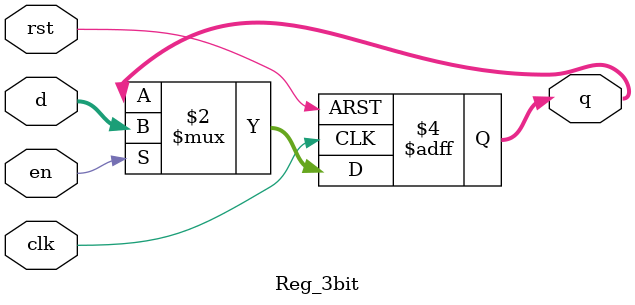
<source format=v>
module Reg_3bit(clk, rst, d, en, q);
input clk;
input rst;
input [2:0] d;
input en;
output reg [2:0] q;
	
	always @(posedge clk or posedge rst) begin
		if (rst) q <= 3'b0;
		else if (en) q <= d;
	end

endmodule 
</source>
